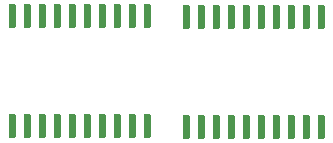
<source format=gbr>
G04 #@! TF.GenerationSoftware,KiCad,Pcbnew,(5.1.4)-1*
G04 #@! TF.CreationDate,2020-10-26T16:11:58-03:00*
G04 #@! TF.ProjectId,snes_feram,736e6573-5f66-4657-9261-6d2e6b696361,rev?*
G04 #@! TF.SameCoordinates,Original*
G04 #@! TF.FileFunction,Paste,Bot*
G04 #@! TF.FilePolarity,Positive*
%FSLAX46Y46*%
G04 Gerber Fmt 4.6, Leading zero omitted, Abs format (unit mm)*
G04 Created by KiCad (PCBNEW (5.1.4)-1) date 2020-10-26 16:11:58*
%MOMM*%
%LPD*%
G04 APERTURE LIST*
%ADD10C,0.100000*%
%ADD11C,0.600000*%
G04 APERTURE END LIST*
D10*
G36*
X143547703Y-88461722D02*
G01*
X143562264Y-88463882D01*
X143576543Y-88467459D01*
X143590403Y-88472418D01*
X143603710Y-88478712D01*
X143616336Y-88486280D01*
X143628159Y-88495048D01*
X143639066Y-88504934D01*
X143648952Y-88515841D01*
X143657720Y-88527664D01*
X143665288Y-88540290D01*
X143671582Y-88553597D01*
X143676541Y-88567457D01*
X143680118Y-88581736D01*
X143682278Y-88596297D01*
X143683000Y-88611000D01*
X143683000Y-90361000D01*
X143682278Y-90375703D01*
X143680118Y-90390264D01*
X143676541Y-90404543D01*
X143671582Y-90418403D01*
X143665288Y-90431710D01*
X143657720Y-90444336D01*
X143648952Y-90456159D01*
X143639066Y-90467066D01*
X143628159Y-90476952D01*
X143616336Y-90485720D01*
X143603710Y-90493288D01*
X143590403Y-90499582D01*
X143576543Y-90504541D01*
X143562264Y-90508118D01*
X143547703Y-90510278D01*
X143533000Y-90511000D01*
X143233000Y-90511000D01*
X143218297Y-90510278D01*
X143203736Y-90508118D01*
X143189457Y-90504541D01*
X143175597Y-90499582D01*
X143162290Y-90493288D01*
X143149664Y-90485720D01*
X143137841Y-90476952D01*
X143126934Y-90467066D01*
X143117048Y-90456159D01*
X143108280Y-90444336D01*
X143100712Y-90431710D01*
X143094418Y-90418403D01*
X143089459Y-90404543D01*
X143085882Y-90390264D01*
X143083722Y-90375703D01*
X143083000Y-90361000D01*
X143083000Y-88611000D01*
X143083722Y-88596297D01*
X143085882Y-88581736D01*
X143089459Y-88567457D01*
X143094418Y-88553597D01*
X143100712Y-88540290D01*
X143108280Y-88527664D01*
X143117048Y-88515841D01*
X143126934Y-88504934D01*
X143137841Y-88495048D01*
X143149664Y-88486280D01*
X143162290Y-88478712D01*
X143175597Y-88472418D01*
X143189457Y-88467459D01*
X143203736Y-88463882D01*
X143218297Y-88461722D01*
X143233000Y-88461000D01*
X143533000Y-88461000D01*
X143547703Y-88461722D01*
X143547703Y-88461722D01*
G37*
D11*
X143383000Y-89486000D03*
D10*
G36*
X144817703Y-88461722D02*
G01*
X144832264Y-88463882D01*
X144846543Y-88467459D01*
X144860403Y-88472418D01*
X144873710Y-88478712D01*
X144886336Y-88486280D01*
X144898159Y-88495048D01*
X144909066Y-88504934D01*
X144918952Y-88515841D01*
X144927720Y-88527664D01*
X144935288Y-88540290D01*
X144941582Y-88553597D01*
X144946541Y-88567457D01*
X144950118Y-88581736D01*
X144952278Y-88596297D01*
X144953000Y-88611000D01*
X144953000Y-90361000D01*
X144952278Y-90375703D01*
X144950118Y-90390264D01*
X144946541Y-90404543D01*
X144941582Y-90418403D01*
X144935288Y-90431710D01*
X144927720Y-90444336D01*
X144918952Y-90456159D01*
X144909066Y-90467066D01*
X144898159Y-90476952D01*
X144886336Y-90485720D01*
X144873710Y-90493288D01*
X144860403Y-90499582D01*
X144846543Y-90504541D01*
X144832264Y-90508118D01*
X144817703Y-90510278D01*
X144803000Y-90511000D01*
X144503000Y-90511000D01*
X144488297Y-90510278D01*
X144473736Y-90508118D01*
X144459457Y-90504541D01*
X144445597Y-90499582D01*
X144432290Y-90493288D01*
X144419664Y-90485720D01*
X144407841Y-90476952D01*
X144396934Y-90467066D01*
X144387048Y-90456159D01*
X144378280Y-90444336D01*
X144370712Y-90431710D01*
X144364418Y-90418403D01*
X144359459Y-90404543D01*
X144355882Y-90390264D01*
X144353722Y-90375703D01*
X144353000Y-90361000D01*
X144353000Y-88611000D01*
X144353722Y-88596297D01*
X144355882Y-88581736D01*
X144359459Y-88567457D01*
X144364418Y-88553597D01*
X144370712Y-88540290D01*
X144378280Y-88527664D01*
X144387048Y-88515841D01*
X144396934Y-88504934D01*
X144407841Y-88495048D01*
X144419664Y-88486280D01*
X144432290Y-88478712D01*
X144445597Y-88472418D01*
X144459457Y-88467459D01*
X144473736Y-88463882D01*
X144488297Y-88461722D01*
X144503000Y-88461000D01*
X144803000Y-88461000D01*
X144817703Y-88461722D01*
X144817703Y-88461722D01*
G37*
D11*
X144653000Y-89486000D03*
D10*
G36*
X146087703Y-88461722D02*
G01*
X146102264Y-88463882D01*
X146116543Y-88467459D01*
X146130403Y-88472418D01*
X146143710Y-88478712D01*
X146156336Y-88486280D01*
X146168159Y-88495048D01*
X146179066Y-88504934D01*
X146188952Y-88515841D01*
X146197720Y-88527664D01*
X146205288Y-88540290D01*
X146211582Y-88553597D01*
X146216541Y-88567457D01*
X146220118Y-88581736D01*
X146222278Y-88596297D01*
X146223000Y-88611000D01*
X146223000Y-90361000D01*
X146222278Y-90375703D01*
X146220118Y-90390264D01*
X146216541Y-90404543D01*
X146211582Y-90418403D01*
X146205288Y-90431710D01*
X146197720Y-90444336D01*
X146188952Y-90456159D01*
X146179066Y-90467066D01*
X146168159Y-90476952D01*
X146156336Y-90485720D01*
X146143710Y-90493288D01*
X146130403Y-90499582D01*
X146116543Y-90504541D01*
X146102264Y-90508118D01*
X146087703Y-90510278D01*
X146073000Y-90511000D01*
X145773000Y-90511000D01*
X145758297Y-90510278D01*
X145743736Y-90508118D01*
X145729457Y-90504541D01*
X145715597Y-90499582D01*
X145702290Y-90493288D01*
X145689664Y-90485720D01*
X145677841Y-90476952D01*
X145666934Y-90467066D01*
X145657048Y-90456159D01*
X145648280Y-90444336D01*
X145640712Y-90431710D01*
X145634418Y-90418403D01*
X145629459Y-90404543D01*
X145625882Y-90390264D01*
X145623722Y-90375703D01*
X145623000Y-90361000D01*
X145623000Y-88611000D01*
X145623722Y-88596297D01*
X145625882Y-88581736D01*
X145629459Y-88567457D01*
X145634418Y-88553597D01*
X145640712Y-88540290D01*
X145648280Y-88527664D01*
X145657048Y-88515841D01*
X145666934Y-88504934D01*
X145677841Y-88495048D01*
X145689664Y-88486280D01*
X145702290Y-88478712D01*
X145715597Y-88472418D01*
X145729457Y-88467459D01*
X145743736Y-88463882D01*
X145758297Y-88461722D01*
X145773000Y-88461000D01*
X146073000Y-88461000D01*
X146087703Y-88461722D01*
X146087703Y-88461722D01*
G37*
D11*
X145923000Y-89486000D03*
D10*
G36*
X147357703Y-88461722D02*
G01*
X147372264Y-88463882D01*
X147386543Y-88467459D01*
X147400403Y-88472418D01*
X147413710Y-88478712D01*
X147426336Y-88486280D01*
X147438159Y-88495048D01*
X147449066Y-88504934D01*
X147458952Y-88515841D01*
X147467720Y-88527664D01*
X147475288Y-88540290D01*
X147481582Y-88553597D01*
X147486541Y-88567457D01*
X147490118Y-88581736D01*
X147492278Y-88596297D01*
X147493000Y-88611000D01*
X147493000Y-90361000D01*
X147492278Y-90375703D01*
X147490118Y-90390264D01*
X147486541Y-90404543D01*
X147481582Y-90418403D01*
X147475288Y-90431710D01*
X147467720Y-90444336D01*
X147458952Y-90456159D01*
X147449066Y-90467066D01*
X147438159Y-90476952D01*
X147426336Y-90485720D01*
X147413710Y-90493288D01*
X147400403Y-90499582D01*
X147386543Y-90504541D01*
X147372264Y-90508118D01*
X147357703Y-90510278D01*
X147343000Y-90511000D01*
X147043000Y-90511000D01*
X147028297Y-90510278D01*
X147013736Y-90508118D01*
X146999457Y-90504541D01*
X146985597Y-90499582D01*
X146972290Y-90493288D01*
X146959664Y-90485720D01*
X146947841Y-90476952D01*
X146936934Y-90467066D01*
X146927048Y-90456159D01*
X146918280Y-90444336D01*
X146910712Y-90431710D01*
X146904418Y-90418403D01*
X146899459Y-90404543D01*
X146895882Y-90390264D01*
X146893722Y-90375703D01*
X146893000Y-90361000D01*
X146893000Y-88611000D01*
X146893722Y-88596297D01*
X146895882Y-88581736D01*
X146899459Y-88567457D01*
X146904418Y-88553597D01*
X146910712Y-88540290D01*
X146918280Y-88527664D01*
X146927048Y-88515841D01*
X146936934Y-88504934D01*
X146947841Y-88495048D01*
X146959664Y-88486280D01*
X146972290Y-88478712D01*
X146985597Y-88472418D01*
X146999457Y-88467459D01*
X147013736Y-88463882D01*
X147028297Y-88461722D01*
X147043000Y-88461000D01*
X147343000Y-88461000D01*
X147357703Y-88461722D01*
X147357703Y-88461722D01*
G37*
D11*
X147193000Y-89486000D03*
D10*
G36*
X148627703Y-88461722D02*
G01*
X148642264Y-88463882D01*
X148656543Y-88467459D01*
X148670403Y-88472418D01*
X148683710Y-88478712D01*
X148696336Y-88486280D01*
X148708159Y-88495048D01*
X148719066Y-88504934D01*
X148728952Y-88515841D01*
X148737720Y-88527664D01*
X148745288Y-88540290D01*
X148751582Y-88553597D01*
X148756541Y-88567457D01*
X148760118Y-88581736D01*
X148762278Y-88596297D01*
X148763000Y-88611000D01*
X148763000Y-90361000D01*
X148762278Y-90375703D01*
X148760118Y-90390264D01*
X148756541Y-90404543D01*
X148751582Y-90418403D01*
X148745288Y-90431710D01*
X148737720Y-90444336D01*
X148728952Y-90456159D01*
X148719066Y-90467066D01*
X148708159Y-90476952D01*
X148696336Y-90485720D01*
X148683710Y-90493288D01*
X148670403Y-90499582D01*
X148656543Y-90504541D01*
X148642264Y-90508118D01*
X148627703Y-90510278D01*
X148613000Y-90511000D01*
X148313000Y-90511000D01*
X148298297Y-90510278D01*
X148283736Y-90508118D01*
X148269457Y-90504541D01*
X148255597Y-90499582D01*
X148242290Y-90493288D01*
X148229664Y-90485720D01*
X148217841Y-90476952D01*
X148206934Y-90467066D01*
X148197048Y-90456159D01*
X148188280Y-90444336D01*
X148180712Y-90431710D01*
X148174418Y-90418403D01*
X148169459Y-90404543D01*
X148165882Y-90390264D01*
X148163722Y-90375703D01*
X148163000Y-90361000D01*
X148163000Y-88611000D01*
X148163722Y-88596297D01*
X148165882Y-88581736D01*
X148169459Y-88567457D01*
X148174418Y-88553597D01*
X148180712Y-88540290D01*
X148188280Y-88527664D01*
X148197048Y-88515841D01*
X148206934Y-88504934D01*
X148217841Y-88495048D01*
X148229664Y-88486280D01*
X148242290Y-88478712D01*
X148255597Y-88472418D01*
X148269457Y-88467459D01*
X148283736Y-88463882D01*
X148298297Y-88461722D01*
X148313000Y-88461000D01*
X148613000Y-88461000D01*
X148627703Y-88461722D01*
X148627703Y-88461722D01*
G37*
D11*
X148463000Y-89486000D03*
D10*
G36*
X149897703Y-88461722D02*
G01*
X149912264Y-88463882D01*
X149926543Y-88467459D01*
X149940403Y-88472418D01*
X149953710Y-88478712D01*
X149966336Y-88486280D01*
X149978159Y-88495048D01*
X149989066Y-88504934D01*
X149998952Y-88515841D01*
X150007720Y-88527664D01*
X150015288Y-88540290D01*
X150021582Y-88553597D01*
X150026541Y-88567457D01*
X150030118Y-88581736D01*
X150032278Y-88596297D01*
X150033000Y-88611000D01*
X150033000Y-90361000D01*
X150032278Y-90375703D01*
X150030118Y-90390264D01*
X150026541Y-90404543D01*
X150021582Y-90418403D01*
X150015288Y-90431710D01*
X150007720Y-90444336D01*
X149998952Y-90456159D01*
X149989066Y-90467066D01*
X149978159Y-90476952D01*
X149966336Y-90485720D01*
X149953710Y-90493288D01*
X149940403Y-90499582D01*
X149926543Y-90504541D01*
X149912264Y-90508118D01*
X149897703Y-90510278D01*
X149883000Y-90511000D01*
X149583000Y-90511000D01*
X149568297Y-90510278D01*
X149553736Y-90508118D01*
X149539457Y-90504541D01*
X149525597Y-90499582D01*
X149512290Y-90493288D01*
X149499664Y-90485720D01*
X149487841Y-90476952D01*
X149476934Y-90467066D01*
X149467048Y-90456159D01*
X149458280Y-90444336D01*
X149450712Y-90431710D01*
X149444418Y-90418403D01*
X149439459Y-90404543D01*
X149435882Y-90390264D01*
X149433722Y-90375703D01*
X149433000Y-90361000D01*
X149433000Y-88611000D01*
X149433722Y-88596297D01*
X149435882Y-88581736D01*
X149439459Y-88567457D01*
X149444418Y-88553597D01*
X149450712Y-88540290D01*
X149458280Y-88527664D01*
X149467048Y-88515841D01*
X149476934Y-88504934D01*
X149487841Y-88495048D01*
X149499664Y-88486280D01*
X149512290Y-88478712D01*
X149525597Y-88472418D01*
X149539457Y-88467459D01*
X149553736Y-88463882D01*
X149568297Y-88461722D01*
X149583000Y-88461000D01*
X149883000Y-88461000D01*
X149897703Y-88461722D01*
X149897703Y-88461722D01*
G37*
D11*
X149733000Y-89486000D03*
D10*
G36*
X151167703Y-88461722D02*
G01*
X151182264Y-88463882D01*
X151196543Y-88467459D01*
X151210403Y-88472418D01*
X151223710Y-88478712D01*
X151236336Y-88486280D01*
X151248159Y-88495048D01*
X151259066Y-88504934D01*
X151268952Y-88515841D01*
X151277720Y-88527664D01*
X151285288Y-88540290D01*
X151291582Y-88553597D01*
X151296541Y-88567457D01*
X151300118Y-88581736D01*
X151302278Y-88596297D01*
X151303000Y-88611000D01*
X151303000Y-90361000D01*
X151302278Y-90375703D01*
X151300118Y-90390264D01*
X151296541Y-90404543D01*
X151291582Y-90418403D01*
X151285288Y-90431710D01*
X151277720Y-90444336D01*
X151268952Y-90456159D01*
X151259066Y-90467066D01*
X151248159Y-90476952D01*
X151236336Y-90485720D01*
X151223710Y-90493288D01*
X151210403Y-90499582D01*
X151196543Y-90504541D01*
X151182264Y-90508118D01*
X151167703Y-90510278D01*
X151153000Y-90511000D01*
X150853000Y-90511000D01*
X150838297Y-90510278D01*
X150823736Y-90508118D01*
X150809457Y-90504541D01*
X150795597Y-90499582D01*
X150782290Y-90493288D01*
X150769664Y-90485720D01*
X150757841Y-90476952D01*
X150746934Y-90467066D01*
X150737048Y-90456159D01*
X150728280Y-90444336D01*
X150720712Y-90431710D01*
X150714418Y-90418403D01*
X150709459Y-90404543D01*
X150705882Y-90390264D01*
X150703722Y-90375703D01*
X150703000Y-90361000D01*
X150703000Y-88611000D01*
X150703722Y-88596297D01*
X150705882Y-88581736D01*
X150709459Y-88567457D01*
X150714418Y-88553597D01*
X150720712Y-88540290D01*
X150728280Y-88527664D01*
X150737048Y-88515841D01*
X150746934Y-88504934D01*
X150757841Y-88495048D01*
X150769664Y-88486280D01*
X150782290Y-88478712D01*
X150795597Y-88472418D01*
X150809457Y-88467459D01*
X150823736Y-88463882D01*
X150838297Y-88461722D01*
X150853000Y-88461000D01*
X151153000Y-88461000D01*
X151167703Y-88461722D01*
X151167703Y-88461722D01*
G37*
D11*
X151003000Y-89486000D03*
D10*
G36*
X152437703Y-88461722D02*
G01*
X152452264Y-88463882D01*
X152466543Y-88467459D01*
X152480403Y-88472418D01*
X152493710Y-88478712D01*
X152506336Y-88486280D01*
X152518159Y-88495048D01*
X152529066Y-88504934D01*
X152538952Y-88515841D01*
X152547720Y-88527664D01*
X152555288Y-88540290D01*
X152561582Y-88553597D01*
X152566541Y-88567457D01*
X152570118Y-88581736D01*
X152572278Y-88596297D01*
X152573000Y-88611000D01*
X152573000Y-90361000D01*
X152572278Y-90375703D01*
X152570118Y-90390264D01*
X152566541Y-90404543D01*
X152561582Y-90418403D01*
X152555288Y-90431710D01*
X152547720Y-90444336D01*
X152538952Y-90456159D01*
X152529066Y-90467066D01*
X152518159Y-90476952D01*
X152506336Y-90485720D01*
X152493710Y-90493288D01*
X152480403Y-90499582D01*
X152466543Y-90504541D01*
X152452264Y-90508118D01*
X152437703Y-90510278D01*
X152423000Y-90511000D01*
X152123000Y-90511000D01*
X152108297Y-90510278D01*
X152093736Y-90508118D01*
X152079457Y-90504541D01*
X152065597Y-90499582D01*
X152052290Y-90493288D01*
X152039664Y-90485720D01*
X152027841Y-90476952D01*
X152016934Y-90467066D01*
X152007048Y-90456159D01*
X151998280Y-90444336D01*
X151990712Y-90431710D01*
X151984418Y-90418403D01*
X151979459Y-90404543D01*
X151975882Y-90390264D01*
X151973722Y-90375703D01*
X151973000Y-90361000D01*
X151973000Y-88611000D01*
X151973722Y-88596297D01*
X151975882Y-88581736D01*
X151979459Y-88567457D01*
X151984418Y-88553597D01*
X151990712Y-88540290D01*
X151998280Y-88527664D01*
X152007048Y-88515841D01*
X152016934Y-88504934D01*
X152027841Y-88495048D01*
X152039664Y-88486280D01*
X152052290Y-88478712D01*
X152065597Y-88472418D01*
X152079457Y-88467459D01*
X152093736Y-88463882D01*
X152108297Y-88461722D01*
X152123000Y-88461000D01*
X152423000Y-88461000D01*
X152437703Y-88461722D01*
X152437703Y-88461722D01*
G37*
D11*
X152273000Y-89486000D03*
D10*
G36*
X153707703Y-88461722D02*
G01*
X153722264Y-88463882D01*
X153736543Y-88467459D01*
X153750403Y-88472418D01*
X153763710Y-88478712D01*
X153776336Y-88486280D01*
X153788159Y-88495048D01*
X153799066Y-88504934D01*
X153808952Y-88515841D01*
X153817720Y-88527664D01*
X153825288Y-88540290D01*
X153831582Y-88553597D01*
X153836541Y-88567457D01*
X153840118Y-88581736D01*
X153842278Y-88596297D01*
X153843000Y-88611000D01*
X153843000Y-90361000D01*
X153842278Y-90375703D01*
X153840118Y-90390264D01*
X153836541Y-90404543D01*
X153831582Y-90418403D01*
X153825288Y-90431710D01*
X153817720Y-90444336D01*
X153808952Y-90456159D01*
X153799066Y-90467066D01*
X153788159Y-90476952D01*
X153776336Y-90485720D01*
X153763710Y-90493288D01*
X153750403Y-90499582D01*
X153736543Y-90504541D01*
X153722264Y-90508118D01*
X153707703Y-90510278D01*
X153693000Y-90511000D01*
X153393000Y-90511000D01*
X153378297Y-90510278D01*
X153363736Y-90508118D01*
X153349457Y-90504541D01*
X153335597Y-90499582D01*
X153322290Y-90493288D01*
X153309664Y-90485720D01*
X153297841Y-90476952D01*
X153286934Y-90467066D01*
X153277048Y-90456159D01*
X153268280Y-90444336D01*
X153260712Y-90431710D01*
X153254418Y-90418403D01*
X153249459Y-90404543D01*
X153245882Y-90390264D01*
X153243722Y-90375703D01*
X153243000Y-90361000D01*
X153243000Y-88611000D01*
X153243722Y-88596297D01*
X153245882Y-88581736D01*
X153249459Y-88567457D01*
X153254418Y-88553597D01*
X153260712Y-88540290D01*
X153268280Y-88527664D01*
X153277048Y-88515841D01*
X153286934Y-88504934D01*
X153297841Y-88495048D01*
X153309664Y-88486280D01*
X153322290Y-88478712D01*
X153335597Y-88472418D01*
X153349457Y-88467459D01*
X153363736Y-88463882D01*
X153378297Y-88461722D01*
X153393000Y-88461000D01*
X153693000Y-88461000D01*
X153707703Y-88461722D01*
X153707703Y-88461722D01*
G37*
D11*
X153543000Y-89486000D03*
D10*
G36*
X154977703Y-88461722D02*
G01*
X154992264Y-88463882D01*
X155006543Y-88467459D01*
X155020403Y-88472418D01*
X155033710Y-88478712D01*
X155046336Y-88486280D01*
X155058159Y-88495048D01*
X155069066Y-88504934D01*
X155078952Y-88515841D01*
X155087720Y-88527664D01*
X155095288Y-88540290D01*
X155101582Y-88553597D01*
X155106541Y-88567457D01*
X155110118Y-88581736D01*
X155112278Y-88596297D01*
X155113000Y-88611000D01*
X155113000Y-90361000D01*
X155112278Y-90375703D01*
X155110118Y-90390264D01*
X155106541Y-90404543D01*
X155101582Y-90418403D01*
X155095288Y-90431710D01*
X155087720Y-90444336D01*
X155078952Y-90456159D01*
X155069066Y-90467066D01*
X155058159Y-90476952D01*
X155046336Y-90485720D01*
X155033710Y-90493288D01*
X155020403Y-90499582D01*
X155006543Y-90504541D01*
X154992264Y-90508118D01*
X154977703Y-90510278D01*
X154963000Y-90511000D01*
X154663000Y-90511000D01*
X154648297Y-90510278D01*
X154633736Y-90508118D01*
X154619457Y-90504541D01*
X154605597Y-90499582D01*
X154592290Y-90493288D01*
X154579664Y-90485720D01*
X154567841Y-90476952D01*
X154556934Y-90467066D01*
X154547048Y-90456159D01*
X154538280Y-90444336D01*
X154530712Y-90431710D01*
X154524418Y-90418403D01*
X154519459Y-90404543D01*
X154515882Y-90390264D01*
X154513722Y-90375703D01*
X154513000Y-90361000D01*
X154513000Y-88611000D01*
X154513722Y-88596297D01*
X154515882Y-88581736D01*
X154519459Y-88567457D01*
X154524418Y-88553597D01*
X154530712Y-88540290D01*
X154538280Y-88527664D01*
X154547048Y-88515841D01*
X154556934Y-88504934D01*
X154567841Y-88495048D01*
X154579664Y-88486280D01*
X154592290Y-88478712D01*
X154605597Y-88472418D01*
X154619457Y-88467459D01*
X154633736Y-88463882D01*
X154648297Y-88461722D01*
X154663000Y-88461000D01*
X154963000Y-88461000D01*
X154977703Y-88461722D01*
X154977703Y-88461722D01*
G37*
D11*
X154813000Y-89486000D03*
D10*
G36*
X154977703Y-79161722D02*
G01*
X154992264Y-79163882D01*
X155006543Y-79167459D01*
X155020403Y-79172418D01*
X155033710Y-79178712D01*
X155046336Y-79186280D01*
X155058159Y-79195048D01*
X155069066Y-79204934D01*
X155078952Y-79215841D01*
X155087720Y-79227664D01*
X155095288Y-79240290D01*
X155101582Y-79253597D01*
X155106541Y-79267457D01*
X155110118Y-79281736D01*
X155112278Y-79296297D01*
X155113000Y-79311000D01*
X155113000Y-81061000D01*
X155112278Y-81075703D01*
X155110118Y-81090264D01*
X155106541Y-81104543D01*
X155101582Y-81118403D01*
X155095288Y-81131710D01*
X155087720Y-81144336D01*
X155078952Y-81156159D01*
X155069066Y-81167066D01*
X155058159Y-81176952D01*
X155046336Y-81185720D01*
X155033710Y-81193288D01*
X155020403Y-81199582D01*
X155006543Y-81204541D01*
X154992264Y-81208118D01*
X154977703Y-81210278D01*
X154963000Y-81211000D01*
X154663000Y-81211000D01*
X154648297Y-81210278D01*
X154633736Y-81208118D01*
X154619457Y-81204541D01*
X154605597Y-81199582D01*
X154592290Y-81193288D01*
X154579664Y-81185720D01*
X154567841Y-81176952D01*
X154556934Y-81167066D01*
X154547048Y-81156159D01*
X154538280Y-81144336D01*
X154530712Y-81131710D01*
X154524418Y-81118403D01*
X154519459Y-81104543D01*
X154515882Y-81090264D01*
X154513722Y-81075703D01*
X154513000Y-81061000D01*
X154513000Y-79311000D01*
X154513722Y-79296297D01*
X154515882Y-79281736D01*
X154519459Y-79267457D01*
X154524418Y-79253597D01*
X154530712Y-79240290D01*
X154538280Y-79227664D01*
X154547048Y-79215841D01*
X154556934Y-79204934D01*
X154567841Y-79195048D01*
X154579664Y-79186280D01*
X154592290Y-79178712D01*
X154605597Y-79172418D01*
X154619457Y-79167459D01*
X154633736Y-79163882D01*
X154648297Y-79161722D01*
X154663000Y-79161000D01*
X154963000Y-79161000D01*
X154977703Y-79161722D01*
X154977703Y-79161722D01*
G37*
D11*
X154813000Y-80186000D03*
D10*
G36*
X153707703Y-79161722D02*
G01*
X153722264Y-79163882D01*
X153736543Y-79167459D01*
X153750403Y-79172418D01*
X153763710Y-79178712D01*
X153776336Y-79186280D01*
X153788159Y-79195048D01*
X153799066Y-79204934D01*
X153808952Y-79215841D01*
X153817720Y-79227664D01*
X153825288Y-79240290D01*
X153831582Y-79253597D01*
X153836541Y-79267457D01*
X153840118Y-79281736D01*
X153842278Y-79296297D01*
X153843000Y-79311000D01*
X153843000Y-81061000D01*
X153842278Y-81075703D01*
X153840118Y-81090264D01*
X153836541Y-81104543D01*
X153831582Y-81118403D01*
X153825288Y-81131710D01*
X153817720Y-81144336D01*
X153808952Y-81156159D01*
X153799066Y-81167066D01*
X153788159Y-81176952D01*
X153776336Y-81185720D01*
X153763710Y-81193288D01*
X153750403Y-81199582D01*
X153736543Y-81204541D01*
X153722264Y-81208118D01*
X153707703Y-81210278D01*
X153693000Y-81211000D01*
X153393000Y-81211000D01*
X153378297Y-81210278D01*
X153363736Y-81208118D01*
X153349457Y-81204541D01*
X153335597Y-81199582D01*
X153322290Y-81193288D01*
X153309664Y-81185720D01*
X153297841Y-81176952D01*
X153286934Y-81167066D01*
X153277048Y-81156159D01*
X153268280Y-81144336D01*
X153260712Y-81131710D01*
X153254418Y-81118403D01*
X153249459Y-81104543D01*
X153245882Y-81090264D01*
X153243722Y-81075703D01*
X153243000Y-81061000D01*
X153243000Y-79311000D01*
X153243722Y-79296297D01*
X153245882Y-79281736D01*
X153249459Y-79267457D01*
X153254418Y-79253597D01*
X153260712Y-79240290D01*
X153268280Y-79227664D01*
X153277048Y-79215841D01*
X153286934Y-79204934D01*
X153297841Y-79195048D01*
X153309664Y-79186280D01*
X153322290Y-79178712D01*
X153335597Y-79172418D01*
X153349457Y-79167459D01*
X153363736Y-79163882D01*
X153378297Y-79161722D01*
X153393000Y-79161000D01*
X153693000Y-79161000D01*
X153707703Y-79161722D01*
X153707703Y-79161722D01*
G37*
D11*
X153543000Y-80186000D03*
D10*
G36*
X152437703Y-79161722D02*
G01*
X152452264Y-79163882D01*
X152466543Y-79167459D01*
X152480403Y-79172418D01*
X152493710Y-79178712D01*
X152506336Y-79186280D01*
X152518159Y-79195048D01*
X152529066Y-79204934D01*
X152538952Y-79215841D01*
X152547720Y-79227664D01*
X152555288Y-79240290D01*
X152561582Y-79253597D01*
X152566541Y-79267457D01*
X152570118Y-79281736D01*
X152572278Y-79296297D01*
X152573000Y-79311000D01*
X152573000Y-81061000D01*
X152572278Y-81075703D01*
X152570118Y-81090264D01*
X152566541Y-81104543D01*
X152561582Y-81118403D01*
X152555288Y-81131710D01*
X152547720Y-81144336D01*
X152538952Y-81156159D01*
X152529066Y-81167066D01*
X152518159Y-81176952D01*
X152506336Y-81185720D01*
X152493710Y-81193288D01*
X152480403Y-81199582D01*
X152466543Y-81204541D01*
X152452264Y-81208118D01*
X152437703Y-81210278D01*
X152423000Y-81211000D01*
X152123000Y-81211000D01*
X152108297Y-81210278D01*
X152093736Y-81208118D01*
X152079457Y-81204541D01*
X152065597Y-81199582D01*
X152052290Y-81193288D01*
X152039664Y-81185720D01*
X152027841Y-81176952D01*
X152016934Y-81167066D01*
X152007048Y-81156159D01*
X151998280Y-81144336D01*
X151990712Y-81131710D01*
X151984418Y-81118403D01*
X151979459Y-81104543D01*
X151975882Y-81090264D01*
X151973722Y-81075703D01*
X151973000Y-81061000D01*
X151973000Y-79311000D01*
X151973722Y-79296297D01*
X151975882Y-79281736D01*
X151979459Y-79267457D01*
X151984418Y-79253597D01*
X151990712Y-79240290D01*
X151998280Y-79227664D01*
X152007048Y-79215841D01*
X152016934Y-79204934D01*
X152027841Y-79195048D01*
X152039664Y-79186280D01*
X152052290Y-79178712D01*
X152065597Y-79172418D01*
X152079457Y-79167459D01*
X152093736Y-79163882D01*
X152108297Y-79161722D01*
X152123000Y-79161000D01*
X152423000Y-79161000D01*
X152437703Y-79161722D01*
X152437703Y-79161722D01*
G37*
D11*
X152273000Y-80186000D03*
D10*
G36*
X151167703Y-79161722D02*
G01*
X151182264Y-79163882D01*
X151196543Y-79167459D01*
X151210403Y-79172418D01*
X151223710Y-79178712D01*
X151236336Y-79186280D01*
X151248159Y-79195048D01*
X151259066Y-79204934D01*
X151268952Y-79215841D01*
X151277720Y-79227664D01*
X151285288Y-79240290D01*
X151291582Y-79253597D01*
X151296541Y-79267457D01*
X151300118Y-79281736D01*
X151302278Y-79296297D01*
X151303000Y-79311000D01*
X151303000Y-81061000D01*
X151302278Y-81075703D01*
X151300118Y-81090264D01*
X151296541Y-81104543D01*
X151291582Y-81118403D01*
X151285288Y-81131710D01*
X151277720Y-81144336D01*
X151268952Y-81156159D01*
X151259066Y-81167066D01*
X151248159Y-81176952D01*
X151236336Y-81185720D01*
X151223710Y-81193288D01*
X151210403Y-81199582D01*
X151196543Y-81204541D01*
X151182264Y-81208118D01*
X151167703Y-81210278D01*
X151153000Y-81211000D01*
X150853000Y-81211000D01*
X150838297Y-81210278D01*
X150823736Y-81208118D01*
X150809457Y-81204541D01*
X150795597Y-81199582D01*
X150782290Y-81193288D01*
X150769664Y-81185720D01*
X150757841Y-81176952D01*
X150746934Y-81167066D01*
X150737048Y-81156159D01*
X150728280Y-81144336D01*
X150720712Y-81131710D01*
X150714418Y-81118403D01*
X150709459Y-81104543D01*
X150705882Y-81090264D01*
X150703722Y-81075703D01*
X150703000Y-81061000D01*
X150703000Y-79311000D01*
X150703722Y-79296297D01*
X150705882Y-79281736D01*
X150709459Y-79267457D01*
X150714418Y-79253597D01*
X150720712Y-79240290D01*
X150728280Y-79227664D01*
X150737048Y-79215841D01*
X150746934Y-79204934D01*
X150757841Y-79195048D01*
X150769664Y-79186280D01*
X150782290Y-79178712D01*
X150795597Y-79172418D01*
X150809457Y-79167459D01*
X150823736Y-79163882D01*
X150838297Y-79161722D01*
X150853000Y-79161000D01*
X151153000Y-79161000D01*
X151167703Y-79161722D01*
X151167703Y-79161722D01*
G37*
D11*
X151003000Y-80186000D03*
D10*
G36*
X149897703Y-79161722D02*
G01*
X149912264Y-79163882D01*
X149926543Y-79167459D01*
X149940403Y-79172418D01*
X149953710Y-79178712D01*
X149966336Y-79186280D01*
X149978159Y-79195048D01*
X149989066Y-79204934D01*
X149998952Y-79215841D01*
X150007720Y-79227664D01*
X150015288Y-79240290D01*
X150021582Y-79253597D01*
X150026541Y-79267457D01*
X150030118Y-79281736D01*
X150032278Y-79296297D01*
X150033000Y-79311000D01*
X150033000Y-81061000D01*
X150032278Y-81075703D01*
X150030118Y-81090264D01*
X150026541Y-81104543D01*
X150021582Y-81118403D01*
X150015288Y-81131710D01*
X150007720Y-81144336D01*
X149998952Y-81156159D01*
X149989066Y-81167066D01*
X149978159Y-81176952D01*
X149966336Y-81185720D01*
X149953710Y-81193288D01*
X149940403Y-81199582D01*
X149926543Y-81204541D01*
X149912264Y-81208118D01*
X149897703Y-81210278D01*
X149883000Y-81211000D01*
X149583000Y-81211000D01*
X149568297Y-81210278D01*
X149553736Y-81208118D01*
X149539457Y-81204541D01*
X149525597Y-81199582D01*
X149512290Y-81193288D01*
X149499664Y-81185720D01*
X149487841Y-81176952D01*
X149476934Y-81167066D01*
X149467048Y-81156159D01*
X149458280Y-81144336D01*
X149450712Y-81131710D01*
X149444418Y-81118403D01*
X149439459Y-81104543D01*
X149435882Y-81090264D01*
X149433722Y-81075703D01*
X149433000Y-81061000D01*
X149433000Y-79311000D01*
X149433722Y-79296297D01*
X149435882Y-79281736D01*
X149439459Y-79267457D01*
X149444418Y-79253597D01*
X149450712Y-79240290D01*
X149458280Y-79227664D01*
X149467048Y-79215841D01*
X149476934Y-79204934D01*
X149487841Y-79195048D01*
X149499664Y-79186280D01*
X149512290Y-79178712D01*
X149525597Y-79172418D01*
X149539457Y-79167459D01*
X149553736Y-79163882D01*
X149568297Y-79161722D01*
X149583000Y-79161000D01*
X149883000Y-79161000D01*
X149897703Y-79161722D01*
X149897703Y-79161722D01*
G37*
D11*
X149733000Y-80186000D03*
D10*
G36*
X148627703Y-79161722D02*
G01*
X148642264Y-79163882D01*
X148656543Y-79167459D01*
X148670403Y-79172418D01*
X148683710Y-79178712D01*
X148696336Y-79186280D01*
X148708159Y-79195048D01*
X148719066Y-79204934D01*
X148728952Y-79215841D01*
X148737720Y-79227664D01*
X148745288Y-79240290D01*
X148751582Y-79253597D01*
X148756541Y-79267457D01*
X148760118Y-79281736D01*
X148762278Y-79296297D01*
X148763000Y-79311000D01*
X148763000Y-81061000D01*
X148762278Y-81075703D01*
X148760118Y-81090264D01*
X148756541Y-81104543D01*
X148751582Y-81118403D01*
X148745288Y-81131710D01*
X148737720Y-81144336D01*
X148728952Y-81156159D01*
X148719066Y-81167066D01*
X148708159Y-81176952D01*
X148696336Y-81185720D01*
X148683710Y-81193288D01*
X148670403Y-81199582D01*
X148656543Y-81204541D01*
X148642264Y-81208118D01*
X148627703Y-81210278D01*
X148613000Y-81211000D01*
X148313000Y-81211000D01*
X148298297Y-81210278D01*
X148283736Y-81208118D01*
X148269457Y-81204541D01*
X148255597Y-81199582D01*
X148242290Y-81193288D01*
X148229664Y-81185720D01*
X148217841Y-81176952D01*
X148206934Y-81167066D01*
X148197048Y-81156159D01*
X148188280Y-81144336D01*
X148180712Y-81131710D01*
X148174418Y-81118403D01*
X148169459Y-81104543D01*
X148165882Y-81090264D01*
X148163722Y-81075703D01*
X148163000Y-81061000D01*
X148163000Y-79311000D01*
X148163722Y-79296297D01*
X148165882Y-79281736D01*
X148169459Y-79267457D01*
X148174418Y-79253597D01*
X148180712Y-79240290D01*
X148188280Y-79227664D01*
X148197048Y-79215841D01*
X148206934Y-79204934D01*
X148217841Y-79195048D01*
X148229664Y-79186280D01*
X148242290Y-79178712D01*
X148255597Y-79172418D01*
X148269457Y-79167459D01*
X148283736Y-79163882D01*
X148298297Y-79161722D01*
X148313000Y-79161000D01*
X148613000Y-79161000D01*
X148627703Y-79161722D01*
X148627703Y-79161722D01*
G37*
D11*
X148463000Y-80186000D03*
D10*
G36*
X147357703Y-79161722D02*
G01*
X147372264Y-79163882D01*
X147386543Y-79167459D01*
X147400403Y-79172418D01*
X147413710Y-79178712D01*
X147426336Y-79186280D01*
X147438159Y-79195048D01*
X147449066Y-79204934D01*
X147458952Y-79215841D01*
X147467720Y-79227664D01*
X147475288Y-79240290D01*
X147481582Y-79253597D01*
X147486541Y-79267457D01*
X147490118Y-79281736D01*
X147492278Y-79296297D01*
X147493000Y-79311000D01*
X147493000Y-81061000D01*
X147492278Y-81075703D01*
X147490118Y-81090264D01*
X147486541Y-81104543D01*
X147481582Y-81118403D01*
X147475288Y-81131710D01*
X147467720Y-81144336D01*
X147458952Y-81156159D01*
X147449066Y-81167066D01*
X147438159Y-81176952D01*
X147426336Y-81185720D01*
X147413710Y-81193288D01*
X147400403Y-81199582D01*
X147386543Y-81204541D01*
X147372264Y-81208118D01*
X147357703Y-81210278D01*
X147343000Y-81211000D01*
X147043000Y-81211000D01*
X147028297Y-81210278D01*
X147013736Y-81208118D01*
X146999457Y-81204541D01*
X146985597Y-81199582D01*
X146972290Y-81193288D01*
X146959664Y-81185720D01*
X146947841Y-81176952D01*
X146936934Y-81167066D01*
X146927048Y-81156159D01*
X146918280Y-81144336D01*
X146910712Y-81131710D01*
X146904418Y-81118403D01*
X146899459Y-81104543D01*
X146895882Y-81090264D01*
X146893722Y-81075703D01*
X146893000Y-81061000D01*
X146893000Y-79311000D01*
X146893722Y-79296297D01*
X146895882Y-79281736D01*
X146899459Y-79267457D01*
X146904418Y-79253597D01*
X146910712Y-79240290D01*
X146918280Y-79227664D01*
X146927048Y-79215841D01*
X146936934Y-79204934D01*
X146947841Y-79195048D01*
X146959664Y-79186280D01*
X146972290Y-79178712D01*
X146985597Y-79172418D01*
X146999457Y-79167459D01*
X147013736Y-79163882D01*
X147028297Y-79161722D01*
X147043000Y-79161000D01*
X147343000Y-79161000D01*
X147357703Y-79161722D01*
X147357703Y-79161722D01*
G37*
D11*
X147193000Y-80186000D03*
D10*
G36*
X146087703Y-79161722D02*
G01*
X146102264Y-79163882D01*
X146116543Y-79167459D01*
X146130403Y-79172418D01*
X146143710Y-79178712D01*
X146156336Y-79186280D01*
X146168159Y-79195048D01*
X146179066Y-79204934D01*
X146188952Y-79215841D01*
X146197720Y-79227664D01*
X146205288Y-79240290D01*
X146211582Y-79253597D01*
X146216541Y-79267457D01*
X146220118Y-79281736D01*
X146222278Y-79296297D01*
X146223000Y-79311000D01*
X146223000Y-81061000D01*
X146222278Y-81075703D01*
X146220118Y-81090264D01*
X146216541Y-81104543D01*
X146211582Y-81118403D01*
X146205288Y-81131710D01*
X146197720Y-81144336D01*
X146188952Y-81156159D01*
X146179066Y-81167066D01*
X146168159Y-81176952D01*
X146156336Y-81185720D01*
X146143710Y-81193288D01*
X146130403Y-81199582D01*
X146116543Y-81204541D01*
X146102264Y-81208118D01*
X146087703Y-81210278D01*
X146073000Y-81211000D01*
X145773000Y-81211000D01*
X145758297Y-81210278D01*
X145743736Y-81208118D01*
X145729457Y-81204541D01*
X145715597Y-81199582D01*
X145702290Y-81193288D01*
X145689664Y-81185720D01*
X145677841Y-81176952D01*
X145666934Y-81167066D01*
X145657048Y-81156159D01*
X145648280Y-81144336D01*
X145640712Y-81131710D01*
X145634418Y-81118403D01*
X145629459Y-81104543D01*
X145625882Y-81090264D01*
X145623722Y-81075703D01*
X145623000Y-81061000D01*
X145623000Y-79311000D01*
X145623722Y-79296297D01*
X145625882Y-79281736D01*
X145629459Y-79267457D01*
X145634418Y-79253597D01*
X145640712Y-79240290D01*
X145648280Y-79227664D01*
X145657048Y-79215841D01*
X145666934Y-79204934D01*
X145677841Y-79195048D01*
X145689664Y-79186280D01*
X145702290Y-79178712D01*
X145715597Y-79172418D01*
X145729457Y-79167459D01*
X145743736Y-79163882D01*
X145758297Y-79161722D01*
X145773000Y-79161000D01*
X146073000Y-79161000D01*
X146087703Y-79161722D01*
X146087703Y-79161722D01*
G37*
D11*
X145923000Y-80186000D03*
D10*
G36*
X144817703Y-79161722D02*
G01*
X144832264Y-79163882D01*
X144846543Y-79167459D01*
X144860403Y-79172418D01*
X144873710Y-79178712D01*
X144886336Y-79186280D01*
X144898159Y-79195048D01*
X144909066Y-79204934D01*
X144918952Y-79215841D01*
X144927720Y-79227664D01*
X144935288Y-79240290D01*
X144941582Y-79253597D01*
X144946541Y-79267457D01*
X144950118Y-79281736D01*
X144952278Y-79296297D01*
X144953000Y-79311000D01*
X144953000Y-81061000D01*
X144952278Y-81075703D01*
X144950118Y-81090264D01*
X144946541Y-81104543D01*
X144941582Y-81118403D01*
X144935288Y-81131710D01*
X144927720Y-81144336D01*
X144918952Y-81156159D01*
X144909066Y-81167066D01*
X144898159Y-81176952D01*
X144886336Y-81185720D01*
X144873710Y-81193288D01*
X144860403Y-81199582D01*
X144846543Y-81204541D01*
X144832264Y-81208118D01*
X144817703Y-81210278D01*
X144803000Y-81211000D01*
X144503000Y-81211000D01*
X144488297Y-81210278D01*
X144473736Y-81208118D01*
X144459457Y-81204541D01*
X144445597Y-81199582D01*
X144432290Y-81193288D01*
X144419664Y-81185720D01*
X144407841Y-81176952D01*
X144396934Y-81167066D01*
X144387048Y-81156159D01*
X144378280Y-81144336D01*
X144370712Y-81131710D01*
X144364418Y-81118403D01*
X144359459Y-81104543D01*
X144355882Y-81090264D01*
X144353722Y-81075703D01*
X144353000Y-81061000D01*
X144353000Y-79311000D01*
X144353722Y-79296297D01*
X144355882Y-79281736D01*
X144359459Y-79267457D01*
X144364418Y-79253597D01*
X144370712Y-79240290D01*
X144378280Y-79227664D01*
X144387048Y-79215841D01*
X144396934Y-79204934D01*
X144407841Y-79195048D01*
X144419664Y-79186280D01*
X144432290Y-79178712D01*
X144445597Y-79172418D01*
X144459457Y-79167459D01*
X144473736Y-79163882D01*
X144488297Y-79161722D01*
X144503000Y-79161000D01*
X144803000Y-79161000D01*
X144817703Y-79161722D01*
X144817703Y-79161722D01*
G37*
D11*
X144653000Y-80186000D03*
D10*
G36*
X143547703Y-79161722D02*
G01*
X143562264Y-79163882D01*
X143576543Y-79167459D01*
X143590403Y-79172418D01*
X143603710Y-79178712D01*
X143616336Y-79186280D01*
X143628159Y-79195048D01*
X143639066Y-79204934D01*
X143648952Y-79215841D01*
X143657720Y-79227664D01*
X143665288Y-79240290D01*
X143671582Y-79253597D01*
X143676541Y-79267457D01*
X143680118Y-79281736D01*
X143682278Y-79296297D01*
X143683000Y-79311000D01*
X143683000Y-81061000D01*
X143682278Y-81075703D01*
X143680118Y-81090264D01*
X143676541Y-81104543D01*
X143671582Y-81118403D01*
X143665288Y-81131710D01*
X143657720Y-81144336D01*
X143648952Y-81156159D01*
X143639066Y-81167066D01*
X143628159Y-81176952D01*
X143616336Y-81185720D01*
X143603710Y-81193288D01*
X143590403Y-81199582D01*
X143576543Y-81204541D01*
X143562264Y-81208118D01*
X143547703Y-81210278D01*
X143533000Y-81211000D01*
X143233000Y-81211000D01*
X143218297Y-81210278D01*
X143203736Y-81208118D01*
X143189457Y-81204541D01*
X143175597Y-81199582D01*
X143162290Y-81193288D01*
X143149664Y-81185720D01*
X143137841Y-81176952D01*
X143126934Y-81167066D01*
X143117048Y-81156159D01*
X143108280Y-81144336D01*
X143100712Y-81131710D01*
X143094418Y-81118403D01*
X143089459Y-81104543D01*
X143085882Y-81090264D01*
X143083722Y-81075703D01*
X143083000Y-81061000D01*
X143083000Y-79311000D01*
X143083722Y-79296297D01*
X143085882Y-79281736D01*
X143089459Y-79267457D01*
X143094418Y-79253597D01*
X143100712Y-79240290D01*
X143108280Y-79227664D01*
X143117048Y-79215841D01*
X143126934Y-79204934D01*
X143137841Y-79195048D01*
X143149664Y-79186280D01*
X143162290Y-79178712D01*
X143175597Y-79172418D01*
X143189457Y-79167459D01*
X143203736Y-79163882D01*
X143218297Y-79161722D01*
X143233000Y-79161000D01*
X143533000Y-79161000D01*
X143547703Y-79161722D01*
X143547703Y-79161722D01*
G37*
D11*
X143383000Y-80186000D03*
D10*
G36*
X169709703Y-79239722D02*
G01*
X169724264Y-79241882D01*
X169738543Y-79245459D01*
X169752403Y-79250418D01*
X169765710Y-79256712D01*
X169778336Y-79264280D01*
X169790159Y-79273048D01*
X169801066Y-79282934D01*
X169810952Y-79293841D01*
X169819720Y-79305664D01*
X169827288Y-79318290D01*
X169833582Y-79331597D01*
X169838541Y-79345457D01*
X169842118Y-79359736D01*
X169844278Y-79374297D01*
X169845000Y-79389000D01*
X169845000Y-81139000D01*
X169844278Y-81153703D01*
X169842118Y-81168264D01*
X169838541Y-81182543D01*
X169833582Y-81196403D01*
X169827288Y-81209710D01*
X169819720Y-81222336D01*
X169810952Y-81234159D01*
X169801066Y-81245066D01*
X169790159Y-81254952D01*
X169778336Y-81263720D01*
X169765710Y-81271288D01*
X169752403Y-81277582D01*
X169738543Y-81282541D01*
X169724264Y-81286118D01*
X169709703Y-81288278D01*
X169695000Y-81289000D01*
X169395000Y-81289000D01*
X169380297Y-81288278D01*
X169365736Y-81286118D01*
X169351457Y-81282541D01*
X169337597Y-81277582D01*
X169324290Y-81271288D01*
X169311664Y-81263720D01*
X169299841Y-81254952D01*
X169288934Y-81245066D01*
X169279048Y-81234159D01*
X169270280Y-81222336D01*
X169262712Y-81209710D01*
X169256418Y-81196403D01*
X169251459Y-81182543D01*
X169247882Y-81168264D01*
X169245722Y-81153703D01*
X169245000Y-81139000D01*
X169245000Y-79389000D01*
X169245722Y-79374297D01*
X169247882Y-79359736D01*
X169251459Y-79345457D01*
X169256418Y-79331597D01*
X169262712Y-79318290D01*
X169270280Y-79305664D01*
X169279048Y-79293841D01*
X169288934Y-79282934D01*
X169299841Y-79273048D01*
X169311664Y-79264280D01*
X169324290Y-79256712D01*
X169337597Y-79250418D01*
X169351457Y-79245459D01*
X169365736Y-79241882D01*
X169380297Y-79239722D01*
X169395000Y-79239000D01*
X169695000Y-79239000D01*
X169709703Y-79239722D01*
X169709703Y-79239722D01*
G37*
D11*
X169545000Y-80264000D03*
D10*
G36*
X168439703Y-79239722D02*
G01*
X168454264Y-79241882D01*
X168468543Y-79245459D01*
X168482403Y-79250418D01*
X168495710Y-79256712D01*
X168508336Y-79264280D01*
X168520159Y-79273048D01*
X168531066Y-79282934D01*
X168540952Y-79293841D01*
X168549720Y-79305664D01*
X168557288Y-79318290D01*
X168563582Y-79331597D01*
X168568541Y-79345457D01*
X168572118Y-79359736D01*
X168574278Y-79374297D01*
X168575000Y-79389000D01*
X168575000Y-81139000D01*
X168574278Y-81153703D01*
X168572118Y-81168264D01*
X168568541Y-81182543D01*
X168563582Y-81196403D01*
X168557288Y-81209710D01*
X168549720Y-81222336D01*
X168540952Y-81234159D01*
X168531066Y-81245066D01*
X168520159Y-81254952D01*
X168508336Y-81263720D01*
X168495710Y-81271288D01*
X168482403Y-81277582D01*
X168468543Y-81282541D01*
X168454264Y-81286118D01*
X168439703Y-81288278D01*
X168425000Y-81289000D01*
X168125000Y-81289000D01*
X168110297Y-81288278D01*
X168095736Y-81286118D01*
X168081457Y-81282541D01*
X168067597Y-81277582D01*
X168054290Y-81271288D01*
X168041664Y-81263720D01*
X168029841Y-81254952D01*
X168018934Y-81245066D01*
X168009048Y-81234159D01*
X168000280Y-81222336D01*
X167992712Y-81209710D01*
X167986418Y-81196403D01*
X167981459Y-81182543D01*
X167977882Y-81168264D01*
X167975722Y-81153703D01*
X167975000Y-81139000D01*
X167975000Y-79389000D01*
X167975722Y-79374297D01*
X167977882Y-79359736D01*
X167981459Y-79345457D01*
X167986418Y-79331597D01*
X167992712Y-79318290D01*
X168000280Y-79305664D01*
X168009048Y-79293841D01*
X168018934Y-79282934D01*
X168029841Y-79273048D01*
X168041664Y-79264280D01*
X168054290Y-79256712D01*
X168067597Y-79250418D01*
X168081457Y-79245459D01*
X168095736Y-79241882D01*
X168110297Y-79239722D01*
X168125000Y-79239000D01*
X168425000Y-79239000D01*
X168439703Y-79239722D01*
X168439703Y-79239722D01*
G37*
D11*
X168275000Y-80264000D03*
D10*
G36*
X167169703Y-79239722D02*
G01*
X167184264Y-79241882D01*
X167198543Y-79245459D01*
X167212403Y-79250418D01*
X167225710Y-79256712D01*
X167238336Y-79264280D01*
X167250159Y-79273048D01*
X167261066Y-79282934D01*
X167270952Y-79293841D01*
X167279720Y-79305664D01*
X167287288Y-79318290D01*
X167293582Y-79331597D01*
X167298541Y-79345457D01*
X167302118Y-79359736D01*
X167304278Y-79374297D01*
X167305000Y-79389000D01*
X167305000Y-81139000D01*
X167304278Y-81153703D01*
X167302118Y-81168264D01*
X167298541Y-81182543D01*
X167293582Y-81196403D01*
X167287288Y-81209710D01*
X167279720Y-81222336D01*
X167270952Y-81234159D01*
X167261066Y-81245066D01*
X167250159Y-81254952D01*
X167238336Y-81263720D01*
X167225710Y-81271288D01*
X167212403Y-81277582D01*
X167198543Y-81282541D01*
X167184264Y-81286118D01*
X167169703Y-81288278D01*
X167155000Y-81289000D01*
X166855000Y-81289000D01*
X166840297Y-81288278D01*
X166825736Y-81286118D01*
X166811457Y-81282541D01*
X166797597Y-81277582D01*
X166784290Y-81271288D01*
X166771664Y-81263720D01*
X166759841Y-81254952D01*
X166748934Y-81245066D01*
X166739048Y-81234159D01*
X166730280Y-81222336D01*
X166722712Y-81209710D01*
X166716418Y-81196403D01*
X166711459Y-81182543D01*
X166707882Y-81168264D01*
X166705722Y-81153703D01*
X166705000Y-81139000D01*
X166705000Y-79389000D01*
X166705722Y-79374297D01*
X166707882Y-79359736D01*
X166711459Y-79345457D01*
X166716418Y-79331597D01*
X166722712Y-79318290D01*
X166730280Y-79305664D01*
X166739048Y-79293841D01*
X166748934Y-79282934D01*
X166759841Y-79273048D01*
X166771664Y-79264280D01*
X166784290Y-79256712D01*
X166797597Y-79250418D01*
X166811457Y-79245459D01*
X166825736Y-79241882D01*
X166840297Y-79239722D01*
X166855000Y-79239000D01*
X167155000Y-79239000D01*
X167169703Y-79239722D01*
X167169703Y-79239722D01*
G37*
D11*
X167005000Y-80264000D03*
D10*
G36*
X165899703Y-79239722D02*
G01*
X165914264Y-79241882D01*
X165928543Y-79245459D01*
X165942403Y-79250418D01*
X165955710Y-79256712D01*
X165968336Y-79264280D01*
X165980159Y-79273048D01*
X165991066Y-79282934D01*
X166000952Y-79293841D01*
X166009720Y-79305664D01*
X166017288Y-79318290D01*
X166023582Y-79331597D01*
X166028541Y-79345457D01*
X166032118Y-79359736D01*
X166034278Y-79374297D01*
X166035000Y-79389000D01*
X166035000Y-81139000D01*
X166034278Y-81153703D01*
X166032118Y-81168264D01*
X166028541Y-81182543D01*
X166023582Y-81196403D01*
X166017288Y-81209710D01*
X166009720Y-81222336D01*
X166000952Y-81234159D01*
X165991066Y-81245066D01*
X165980159Y-81254952D01*
X165968336Y-81263720D01*
X165955710Y-81271288D01*
X165942403Y-81277582D01*
X165928543Y-81282541D01*
X165914264Y-81286118D01*
X165899703Y-81288278D01*
X165885000Y-81289000D01*
X165585000Y-81289000D01*
X165570297Y-81288278D01*
X165555736Y-81286118D01*
X165541457Y-81282541D01*
X165527597Y-81277582D01*
X165514290Y-81271288D01*
X165501664Y-81263720D01*
X165489841Y-81254952D01*
X165478934Y-81245066D01*
X165469048Y-81234159D01*
X165460280Y-81222336D01*
X165452712Y-81209710D01*
X165446418Y-81196403D01*
X165441459Y-81182543D01*
X165437882Y-81168264D01*
X165435722Y-81153703D01*
X165435000Y-81139000D01*
X165435000Y-79389000D01*
X165435722Y-79374297D01*
X165437882Y-79359736D01*
X165441459Y-79345457D01*
X165446418Y-79331597D01*
X165452712Y-79318290D01*
X165460280Y-79305664D01*
X165469048Y-79293841D01*
X165478934Y-79282934D01*
X165489841Y-79273048D01*
X165501664Y-79264280D01*
X165514290Y-79256712D01*
X165527597Y-79250418D01*
X165541457Y-79245459D01*
X165555736Y-79241882D01*
X165570297Y-79239722D01*
X165585000Y-79239000D01*
X165885000Y-79239000D01*
X165899703Y-79239722D01*
X165899703Y-79239722D01*
G37*
D11*
X165735000Y-80264000D03*
D10*
G36*
X164629703Y-79239722D02*
G01*
X164644264Y-79241882D01*
X164658543Y-79245459D01*
X164672403Y-79250418D01*
X164685710Y-79256712D01*
X164698336Y-79264280D01*
X164710159Y-79273048D01*
X164721066Y-79282934D01*
X164730952Y-79293841D01*
X164739720Y-79305664D01*
X164747288Y-79318290D01*
X164753582Y-79331597D01*
X164758541Y-79345457D01*
X164762118Y-79359736D01*
X164764278Y-79374297D01*
X164765000Y-79389000D01*
X164765000Y-81139000D01*
X164764278Y-81153703D01*
X164762118Y-81168264D01*
X164758541Y-81182543D01*
X164753582Y-81196403D01*
X164747288Y-81209710D01*
X164739720Y-81222336D01*
X164730952Y-81234159D01*
X164721066Y-81245066D01*
X164710159Y-81254952D01*
X164698336Y-81263720D01*
X164685710Y-81271288D01*
X164672403Y-81277582D01*
X164658543Y-81282541D01*
X164644264Y-81286118D01*
X164629703Y-81288278D01*
X164615000Y-81289000D01*
X164315000Y-81289000D01*
X164300297Y-81288278D01*
X164285736Y-81286118D01*
X164271457Y-81282541D01*
X164257597Y-81277582D01*
X164244290Y-81271288D01*
X164231664Y-81263720D01*
X164219841Y-81254952D01*
X164208934Y-81245066D01*
X164199048Y-81234159D01*
X164190280Y-81222336D01*
X164182712Y-81209710D01*
X164176418Y-81196403D01*
X164171459Y-81182543D01*
X164167882Y-81168264D01*
X164165722Y-81153703D01*
X164165000Y-81139000D01*
X164165000Y-79389000D01*
X164165722Y-79374297D01*
X164167882Y-79359736D01*
X164171459Y-79345457D01*
X164176418Y-79331597D01*
X164182712Y-79318290D01*
X164190280Y-79305664D01*
X164199048Y-79293841D01*
X164208934Y-79282934D01*
X164219841Y-79273048D01*
X164231664Y-79264280D01*
X164244290Y-79256712D01*
X164257597Y-79250418D01*
X164271457Y-79245459D01*
X164285736Y-79241882D01*
X164300297Y-79239722D01*
X164315000Y-79239000D01*
X164615000Y-79239000D01*
X164629703Y-79239722D01*
X164629703Y-79239722D01*
G37*
D11*
X164465000Y-80264000D03*
D10*
G36*
X163359703Y-79239722D02*
G01*
X163374264Y-79241882D01*
X163388543Y-79245459D01*
X163402403Y-79250418D01*
X163415710Y-79256712D01*
X163428336Y-79264280D01*
X163440159Y-79273048D01*
X163451066Y-79282934D01*
X163460952Y-79293841D01*
X163469720Y-79305664D01*
X163477288Y-79318290D01*
X163483582Y-79331597D01*
X163488541Y-79345457D01*
X163492118Y-79359736D01*
X163494278Y-79374297D01*
X163495000Y-79389000D01*
X163495000Y-81139000D01*
X163494278Y-81153703D01*
X163492118Y-81168264D01*
X163488541Y-81182543D01*
X163483582Y-81196403D01*
X163477288Y-81209710D01*
X163469720Y-81222336D01*
X163460952Y-81234159D01*
X163451066Y-81245066D01*
X163440159Y-81254952D01*
X163428336Y-81263720D01*
X163415710Y-81271288D01*
X163402403Y-81277582D01*
X163388543Y-81282541D01*
X163374264Y-81286118D01*
X163359703Y-81288278D01*
X163345000Y-81289000D01*
X163045000Y-81289000D01*
X163030297Y-81288278D01*
X163015736Y-81286118D01*
X163001457Y-81282541D01*
X162987597Y-81277582D01*
X162974290Y-81271288D01*
X162961664Y-81263720D01*
X162949841Y-81254952D01*
X162938934Y-81245066D01*
X162929048Y-81234159D01*
X162920280Y-81222336D01*
X162912712Y-81209710D01*
X162906418Y-81196403D01*
X162901459Y-81182543D01*
X162897882Y-81168264D01*
X162895722Y-81153703D01*
X162895000Y-81139000D01*
X162895000Y-79389000D01*
X162895722Y-79374297D01*
X162897882Y-79359736D01*
X162901459Y-79345457D01*
X162906418Y-79331597D01*
X162912712Y-79318290D01*
X162920280Y-79305664D01*
X162929048Y-79293841D01*
X162938934Y-79282934D01*
X162949841Y-79273048D01*
X162961664Y-79264280D01*
X162974290Y-79256712D01*
X162987597Y-79250418D01*
X163001457Y-79245459D01*
X163015736Y-79241882D01*
X163030297Y-79239722D01*
X163045000Y-79239000D01*
X163345000Y-79239000D01*
X163359703Y-79239722D01*
X163359703Y-79239722D01*
G37*
D11*
X163195000Y-80264000D03*
D10*
G36*
X162089703Y-79239722D02*
G01*
X162104264Y-79241882D01*
X162118543Y-79245459D01*
X162132403Y-79250418D01*
X162145710Y-79256712D01*
X162158336Y-79264280D01*
X162170159Y-79273048D01*
X162181066Y-79282934D01*
X162190952Y-79293841D01*
X162199720Y-79305664D01*
X162207288Y-79318290D01*
X162213582Y-79331597D01*
X162218541Y-79345457D01*
X162222118Y-79359736D01*
X162224278Y-79374297D01*
X162225000Y-79389000D01*
X162225000Y-81139000D01*
X162224278Y-81153703D01*
X162222118Y-81168264D01*
X162218541Y-81182543D01*
X162213582Y-81196403D01*
X162207288Y-81209710D01*
X162199720Y-81222336D01*
X162190952Y-81234159D01*
X162181066Y-81245066D01*
X162170159Y-81254952D01*
X162158336Y-81263720D01*
X162145710Y-81271288D01*
X162132403Y-81277582D01*
X162118543Y-81282541D01*
X162104264Y-81286118D01*
X162089703Y-81288278D01*
X162075000Y-81289000D01*
X161775000Y-81289000D01*
X161760297Y-81288278D01*
X161745736Y-81286118D01*
X161731457Y-81282541D01*
X161717597Y-81277582D01*
X161704290Y-81271288D01*
X161691664Y-81263720D01*
X161679841Y-81254952D01*
X161668934Y-81245066D01*
X161659048Y-81234159D01*
X161650280Y-81222336D01*
X161642712Y-81209710D01*
X161636418Y-81196403D01*
X161631459Y-81182543D01*
X161627882Y-81168264D01*
X161625722Y-81153703D01*
X161625000Y-81139000D01*
X161625000Y-79389000D01*
X161625722Y-79374297D01*
X161627882Y-79359736D01*
X161631459Y-79345457D01*
X161636418Y-79331597D01*
X161642712Y-79318290D01*
X161650280Y-79305664D01*
X161659048Y-79293841D01*
X161668934Y-79282934D01*
X161679841Y-79273048D01*
X161691664Y-79264280D01*
X161704290Y-79256712D01*
X161717597Y-79250418D01*
X161731457Y-79245459D01*
X161745736Y-79241882D01*
X161760297Y-79239722D01*
X161775000Y-79239000D01*
X162075000Y-79239000D01*
X162089703Y-79239722D01*
X162089703Y-79239722D01*
G37*
D11*
X161925000Y-80264000D03*
D10*
G36*
X160819703Y-79239722D02*
G01*
X160834264Y-79241882D01*
X160848543Y-79245459D01*
X160862403Y-79250418D01*
X160875710Y-79256712D01*
X160888336Y-79264280D01*
X160900159Y-79273048D01*
X160911066Y-79282934D01*
X160920952Y-79293841D01*
X160929720Y-79305664D01*
X160937288Y-79318290D01*
X160943582Y-79331597D01*
X160948541Y-79345457D01*
X160952118Y-79359736D01*
X160954278Y-79374297D01*
X160955000Y-79389000D01*
X160955000Y-81139000D01*
X160954278Y-81153703D01*
X160952118Y-81168264D01*
X160948541Y-81182543D01*
X160943582Y-81196403D01*
X160937288Y-81209710D01*
X160929720Y-81222336D01*
X160920952Y-81234159D01*
X160911066Y-81245066D01*
X160900159Y-81254952D01*
X160888336Y-81263720D01*
X160875710Y-81271288D01*
X160862403Y-81277582D01*
X160848543Y-81282541D01*
X160834264Y-81286118D01*
X160819703Y-81288278D01*
X160805000Y-81289000D01*
X160505000Y-81289000D01*
X160490297Y-81288278D01*
X160475736Y-81286118D01*
X160461457Y-81282541D01*
X160447597Y-81277582D01*
X160434290Y-81271288D01*
X160421664Y-81263720D01*
X160409841Y-81254952D01*
X160398934Y-81245066D01*
X160389048Y-81234159D01*
X160380280Y-81222336D01*
X160372712Y-81209710D01*
X160366418Y-81196403D01*
X160361459Y-81182543D01*
X160357882Y-81168264D01*
X160355722Y-81153703D01*
X160355000Y-81139000D01*
X160355000Y-79389000D01*
X160355722Y-79374297D01*
X160357882Y-79359736D01*
X160361459Y-79345457D01*
X160366418Y-79331597D01*
X160372712Y-79318290D01*
X160380280Y-79305664D01*
X160389048Y-79293841D01*
X160398934Y-79282934D01*
X160409841Y-79273048D01*
X160421664Y-79264280D01*
X160434290Y-79256712D01*
X160447597Y-79250418D01*
X160461457Y-79245459D01*
X160475736Y-79241882D01*
X160490297Y-79239722D01*
X160505000Y-79239000D01*
X160805000Y-79239000D01*
X160819703Y-79239722D01*
X160819703Y-79239722D01*
G37*
D11*
X160655000Y-80264000D03*
D10*
G36*
X159549703Y-79239722D02*
G01*
X159564264Y-79241882D01*
X159578543Y-79245459D01*
X159592403Y-79250418D01*
X159605710Y-79256712D01*
X159618336Y-79264280D01*
X159630159Y-79273048D01*
X159641066Y-79282934D01*
X159650952Y-79293841D01*
X159659720Y-79305664D01*
X159667288Y-79318290D01*
X159673582Y-79331597D01*
X159678541Y-79345457D01*
X159682118Y-79359736D01*
X159684278Y-79374297D01*
X159685000Y-79389000D01*
X159685000Y-81139000D01*
X159684278Y-81153703D01*
X159682118Y-81168264D01*
X159678541Y-81182543D01*
X159673582Y-81196403D01*
X159667288Y-81209710D01*
X159659720Y-81222336D01*
X159650952Y-81234159D01*
X159641066Y-81245066D01*
X159630159Y-81254952D01*
X159618336Y-81263720D01*
X159605710Y-81271288D01*
X159592403Y-81277582D01*
X159578543Y-81282541D01*
X159564264Y-81286118D01*
X159549703Y-81288278D01*
X159535000Y-81289000D01*
X159235000Y-81289000D01*
X159220297Y-81288278D01*
X159205736Y-81286118D01*
X159191457Y-81282541D01*
X159177597Y-81277582D01*
X159164290Y-81271288D01*
X159151664Y-81263720D01*
X159139841Y-81254952D01*
X159128934Y-81245066D01*
X159119048Y-81234159D01*
X159110280Y-81222336D01*
X159102712Y-81209710D01*
X159096418Y-81196403D01*
X159091459Y-81182543D01*
X159087882Y-81168264D01*
X159085722Y-81153703D01*
X159085000Y-81139000D01*
X159085000Y-79389000D01*
X159085722Y-79374297D01*
X159087882Y-79359736D01*
X159091459Y-79345457D01*
X159096418Y-79331597D01*
X159102712Y-79318290D01*
X159110280Y-79305664D01*
X159119048Y-79293841D01*
X159128934Y-79282934D01*
X159139841Y-79273048D01*
X159151664Y-79264280D01*
X159164290Y-79256712D01*
X159177597Y-79250418D01*
X159191457Y-79245459D01*
X159205736Y-79241882D01*
X159220297Y-79239722D01*
X159235000Y-79239000D01*
X159535000Y-79239000D01*
X159549703Y-79239722D01*
X159549703Y-79239722D01*
G37*
D11*
X159385000Y-80264000D03*
D10*
G36*
X158279703Y-79239722D02*
G01*
X158294264Y-79241882D01*
X158308543Y-79245459D01*
X158322403Y-79250418D01*
X158335710Y-79256712D01*
X158348336Y-79264280D01*
X158360159Y-79273048D01*
X158371066Y-79282934D01*
X158380952Y-79293841D01*
X158389720Y-79305664D01*
X158397288Y-79318290D01*
X158403582Y-79331597D01*
X158408541Y-79345457D01*
X158412118Y-79359736D01*
X158414278Y-79374297D01*
X158415000Y-79389000D01*
X158415000Y-81139000D01*
X158414278Y-81153703D01*
X158412118Y-81168264D01*
X158408541Y-81182543D01*
X158403582Y-81196403D01*
X158397288Y-81209710D01*
X158389720Y-81222336D01*
X158380952Y-81234159D01*
X158371066Y-81245066D01*
X158360159Y-81254952D01*
X158348336Y-81263720D01*
X158335710Y-81271288D01*
X158322403Y-81277582D01*
X158308543Y-81282541D01*
X158294264Y-81286118D01*
X158279703Y-81288278D01*
X158265000Y-81289000D01*
X157965000Y-81289000D01*
X157950297Y-81288278D01*
X157935736Y-81286118D01*
X157921457Y-81282541D01*
X157907597Y-81277582D01*
X157894290Y-81271288D01*
X157881664Y-81263720D01*
X157869841Y-81254952D01*
X157858934Y-81245066D01*
X157849048Y-81234159D01*
X157840280Y-81222336D01*
X157832712Y-81209710D01*
X157826418Y-81196403D01*
X157821459Y-81182543D01*
X157817882Y-81168264D01*
X157815722Y-81153703D01*
X157815000Y-81139000D01*
X157815000Y-79389000D01*
X157815722Y-79374297D01*
X157817882Y-79359736D01*
X157821459Y-79345457D01*
X157826418Y-79331597D01*
X157832712Y-79318290D01*
X157840280Y-79305664D01*
X157849048Y-79293841D01*
X157858934Y-79282934D01*
X157869841Y-79273048D01*
X157881664Y-79264280D01*
X157894290Y-79256712D01*
X157907597Y-79250418D01*
X157921457Y-79245459D01*
X157935736Y-79241882D01*
X157950297Y-79239722D01*
X157965000Y-79239000D01*
X158265000Y-79239000D01*
X158279703Y-79239722D01*
X158279703Y-79239722D01*
G37*
D11*
X158115000Y-80264000D03*
D10*
G36*
X158279703Y-88539722D02*
G01*
X158294264Y-88541882D01*
X158308543Y-88545459D01*
X158322403Y-88550418D01*
X158335710Y-88556712D01*
X158348336Y-88564280D01*
X158360159Y-88573048D01*
X158371066Y-88582934D01*
X158380952Y-88593841D01*
X158389720Y-88605664D01*
X158397288Y-88618290D01*
X158403582Y-88631597D01*
X158408541Y-88645457D01*
X158412118Y-88659736D01*
X158414278Y-88674297D01*
X158415000Y-88689000D01*
X158415000Y-90439000D01*
X158414278Y-90453703D01*
X158412118Y-90468264D01*
X158408541Y-90482543D01*
X158403582Y-90496403D01*
X158397288Y-90509710D01*
X158389720Y-90522336D01*
X158380952Y-90534159D01*
X158371066Y-90545066D01*
X158360159Y-90554952D01*
X158348336Y-90563720D01*
X158335710Y-90571288D01*
X158322403Y-90577582D01*
X158308543Y-90582541D01*
X158294264Y-90586118D01*
X158279703Y-90588278D01*
X158265000Y-90589000D01*
X157965000Y-90589000D01*
X157950297Y-90588278D01*
X157935736Y-90586118D01*
X157921457Y-90582541D01*
X157907597Y-90577582D01*
X157894290Y-90571288D01*
X157881664Y-90563720D01*
X157869841Y-90554952D01*
X157858934Y-90545066D01*
X157849048Y-90534159D01*
X157840280Y-90522336D01*
X157832712Y-90509710D01*
X157826418Y-90496403D01*
X157821459Y-90482543D01*
X157817882Y-90468264D01*
X157815722Y-90453703D01*
X157815000Y-90439000D01*
X157815000Y-88689000D01*
X157815722Y-88674297D01*
X157817882Y-88659736D01*
X157821459Y-88645457D01*
X157826418Y-88631597D01*
X157832712Y-88618290D01*
X157840280Y-88605664D01*
X157849048Y-88593841D01*
X157858934Y-88582934D01*
X157869841Y-88573048D01*
X157881664Y-88564280D01*
X157894290Y-88556712D01*
X157907597Y-88550418D01*
X157921457Y-88545459D01*
X157935736Y-88541882D01*
X157950297Y-88539722D01*
X157965000Y-88539000D01*
X158265000Y-88539000D01*
X158279703Y-88539722D01*
X158279703Y-88539722D01*
G37*
D11*
X158115000Y-89564000D03*
D10*
G36*
X159549703Y-88539722D02*
G01*
X159564264Y-88541882D01*
X159578543Y-88545459D01*
X159592403Y-88550418D01*
X159605710Y-88556712D01*
X159618336Y-88564280D01*
X159630159Y-88573048D01*
X159641066Y-88582934D01*
X159650952Y-88593841D01*
X159659720Y-88605664D01*
X159667288Y-88618290D01*
X159673582Y-88631597D01*
X159678541Y-88645457D01*
X159682118Y-88659736D01*
X159684278Y-88674297D01*
X159685000Y-88689000D01*
X159685000Y-90439000D01*
X159684278Y-90453703D01*
X159682118Y-90468264D01*
X159678541Y-90482543D01*
X159673582Y-90496403D01*
X159667288Y-90509710D01*
X159659720Y-90522336D01*
X159650952Y-90534159D01*
X159641066Y-90545066D01*
X159630159Y-90554952D01*
X159618336Y-90563720D01*
X159605710Y-90571288D01*
X159592403Y-90577582D01*
X159578543Y-90582541D01*
X159564264Y-90586118D01*
X159549703Y-90588278D01*
X159535000Y-90589000D01*
X159235000Y-90589000D01*
X159220297Y-90588278D01*
X159205736Y-90586118D01*
X159191457Y-90582541D01*
X159177597Y-90577582D01*
X159164290Y-90571288D01*
X159151664Y-90563720D01*
X159139841Y-90554952D01*
X159128934Y-90545066D01*
X159119048Y-90534159D01*
X159110280Y-90522336D01*
X159102712Y-90509710D01*
X159096418Y-90496403D01*
X159091459Y-90482543D01*
X159087882Y-90468264D01*
X159085722Y-90453703D01*
X159085000Y-90439000D01*
X159085000Y-88689000D01*
X159085722Y-88674297D01*
X159087882Y-88659736D01*
X159091459Y-88645457D01*
X159096418Y-88631597D01*
X159102712Y-88618290D01*
X159110280Y-88605664D01*
X159119048Y-88593841D01*
X159128934Y-88582934D01*
X159139841Y-88573048D01*
X159151664Y-88564280D01*
X159164290Y-88556712D01*
X159177597Y-88550418D01*
X159191457Y-88545459D01*
X159205736Y-88541882D01*
X159220297Y-88539722D01*
X159235000Y-88539000D01*
X159535000Y-88539000D01*
X159549703Y-88539722D01*
X159549703Y-88539722D01*
G37*
D11*
X159385000Y-89564000D03*
D10*
G36*
X160819703Y-88539722D02*
G01*
X160834264Y-88541882D01*
X160848543Y-88545459D01*
X160862403Y-88550418D01*
X160875710Y-88556712D01*
X160888336Y-88564280D01*
X160900159Y-88573048D01*
X160911066Y-88582934D01*
X160920952Y-88593841D01*
X160929720Y-88605664D01*
X160937288Y-88618290D01*
X160943582Y-88631597D01*
X160948541Y-88645457D01*
X160952118Y-88659736D01*
X160954278Y-88674297D01*
X160955000Y-88689000D01*
X160955000Y-90439000D01*
X160954278Y-90453703D01*
X160952118Y-90468264D01*
X160948541Y-90482543D01*
X160943582Y-90496403D01*
X160937288Y-90509710D01*
X160929720Y-90522336D01*
X160920952Y-90534159D01*
X160911066Y-90545066D01*
X160900159Y-90554952D01*
X160888336Y-90563720D01*
X160875710Y-90571288D01*
X160862403Y-90577582D01*
X160848543Y-90582541D01*
X160834264Y-90586118D01*
X160819703Y-90588278D01*
X160805000Y-90589000D01*
X160505000Y-90589000D01*
X160490297Y-90588278D01*
X160475736Y-90586118D01*
X160461457Y-90582541D01*
X160447597Y-90577582D01*
X160434290Y-90571288D01*
X160421664Y-90563720D01*
X160409841Y-90554952D01*
X160398934Y-90545066D01*
X160389048Y-90534159D01*
X160380280Y-90522336D01*
X160372712Y-90509710D01*
X160366418Y-90496403D01*
X160361459Y-90482543D01*
X160357882Y-90468264D01*
X160355722Y-90453703D01*
X160355000Y-90439000D01*
X160355000Y-88689000D01*
X160355722Y-88674297D01*
X160357882Y-88659736D01*
X160361459Y-88645457D01*
X160366418Y-88631597D01*
X160372712Y-88618290D01*
X160380280Y-88605664D01*
X160389048Y-88593841D01*
X160398934Y-88582934D01*
X160409841Y-88573048D01*
X160421664Y-88564280D01*
X160434290Y-88556712D01*
X160447597Y-88550418D01*
X160461457Y-88545459D01*
X160475736Y-88541882D01*
X160490297Y-88539722D01*
X160505000Y-88539000D01*
X160805000Y-88539000D01*
X160819703Y-88539722D01*
X160819703Y-88539722D01*
G37*
D11*
X160655000Y-89564000D03*
D10*
G36*
X162089703Y-88539722D02*
G01*
X162104264Y-88541882D01*
X162118543Y-88545459D01*
X162132403Y-88550418D01*
X162145710Y-88556712D01*
X162158336Y-88564280D01*
X162170159Y-88573048D01*
X162181066Y-88582934D01*
X162190952Y-88593841D01*
X162199720Y-88605664D01*
X162207288Y-88618290D01*
X162213582Y-88631597D01*
X162218541Y-88645457D01*
X162222118Y-88659736D01*
X162224278Y-88674297D01*
X162225000Y-88689000D01*
X162225000Y-90439000D01*
X162224278Y-90453703D01*
X162222118Y-90468264D01*
X162218541Y-90482543D01*
X162213582Y-90496403D01*
X162207288Y-90509710D01*
X162199720Y-90522336D01*
X162190952Y-90534159D01*
X162181066Y-90545066D01*
X162170159Y-90554952D01*
X162158336Y-90563720D01*
X162145710Y-90571288D01*
X162132403Y-90577582D01*
X162118543Y-90582541D01*
X162104264Y-90586118D01*
X162089703Y-90588278D01*
X162075000Y-90589000D01*
X161775000Y-90589000D01*
X161760297Y-90588278D01*
X161745736Y-90586118D01*
X161731457Y-90582541D01*
X161717597Y-90577582D01*
X161704290Y-90571288D01*
X161691664Y-90563720D01*
X161679841Y-90554952D01*
X161668934Y-90545066D01*
X161659048Y-90534159D01*
X161650280Y-90522336D01*
X161642712Y-90509710D01*
X161636418Y-90496403D01*
X161631459Y-90482543D01*
X161627882Y-90468264D01*
X161625722Y-90453703D01*
X161625000Y-90439000D01*
X161625000Y-88689000D01*
X161625722Y-88674297D01*
X161627882Y-88659736D01*
X161631459Y-88645457D01*
X161636418Y-88631597D01*
X161642712Y-88618290D01*
X161650280Y-88605664D01*
X161659048Y-88593841D01*
X161668934Y-88582934D01*
X161679841Y-88573048D01*
X161691664Y-88564280D01*
X161704290Y-88556712D01*
X161717597Y-88550418D01*
X161731457Y-88545459D01*
X161745736Y-88541882D01*
X161760297Y-88539722D01*
X161775000Y-88539000D01*
X162075000Y-88539000D01*
X162089703Y-88539722D01*
X162089703Y-88539722D01*
G37*
D11*
X161925000Y-89564000D03*
D10*
G36*
X163359703Y-88539722D02*
G01*
X163374264Y-88541882D01*
X163388543Y-88545459D01*
X163402403Y-88550418D01*
X163415710Y-88556712D01*
X163428336Y-88564280D01*
X163440159Y-88573048D01*
X163451066Y-88582934D01*
X163460952Y-88593841D01*
X163469720Y-88605664D01*
X163477288Y-88618290D01*
X163483582Y-88631597D01*
X163488541Y-88645457D01*
X163492118Y-88659736D01*
X163494278Y-88674297D01*
X163495000Y-88689000D01*
X163495000Y-90439000D01*
X163494278Y-90453703D01*
X163492118Y-90468264D01*
X163488541Y-90482543D01*
X163483582Y-90496403D01*
X163477288Y-90509710D01*
X163469720Y-90522336D01*
X163460952Y-90534159D01*
X163451066Y-90545066D01*
X163440159Y-90554952D01*
X163428336Y-90563720D01*
X163415710Y-90571288D01*
X163402403Y-90577582D01*
X163388543Y-90582541D01*
X163374264Y-90586118D01*
X163359703Y-90588278D01*
X163345000Y-90589000D01*
X163045000Y-90589000D01*
X163030297Y-90588278D01*
X163015736Y-90586118D01*
X163001457Y-90582541D01*
X162987597Y-90577582D01*
X162974290Y-90571288D01*
X162961664Y-90563720D01*
X162949841Y-90554952D01*
X162938934Y-90545066D01*
X162929048Y-90534159D01*
X162920280Y-90522336D01*
X162912712Y-90509710D01*
X162906418Y-90496403D01*
X162901459Y-90482543D01*
X162897882Y-90468264D01*
X162895722Y-90453703D01*
X162895000Y-90439000D01*
X162895000Y-88689000D01*
X162895722Y-88674297D01*
X162897882Y-88659736D01*
X162901459Y-88645457D01*
X162906418Y-88631597D01*
X162912712Y-88618290D01*
X162920280Y-88605664D01*
X162929048Y-88593841D01*
X162938934Y-88582934D01*
X162949841Y-88573048D01*
X162961664Y-88564280D01*
X162974290Y-88556712D01*
X162987597Y-88550418D01*
X163001457Y-88545459D01*
X163015736Y-88541882D01*
X163030297Y-88539722D01*
X163045000Y-88539000D01*
X163345000Y-88539000D01*
X163359703Y-88539722D01*
X163359703Y-88539722D01*
G37*
D11*
X163195000Y-89564000D03*
D10*
G36*
X164629703Y-88539722D02*
G01*
X164644264Y-88541882D01*
X164658543Y-88545459D01*
X164672403Y-88550418D01*
X164685710Y-88556712D01*
X164698336Y-88564280D01*
X164710159Y-88573048D01*
X164721066Y-88582934D01*
X164730952Y-88593841D01*
X164739720Y-88605664D01*
X164747288Y-88618290D01*
X164753582Y-88631597D01*
X164758541Y-88645457D01*
X164762118Y-88659736D01*
X164764278Y-88674297D01*
X164765000Y-88689000D01*
X164765000Y-90439000D01*
X164764278Y-90453703D01*
X164762118Y-90468264D01*
X164758541Y-90482543D01*
X164753582Y-90496403D01*
X164747288Y-90509710D01*
X164739720Y-90522336D01*
X164730952Y-90534159D01*
X164721066Y-90545066D01*
X164710159Y-90554952D01*
X164698336Y-90563720D01*
X164685710Y-90571288D01*
X164672403Y-90577582D01*
X164658543Y-90582541D01*
X164644264Y-90586118D01*
X164629703Y-90588278D01*
X164615000Y-90589000D01*
X164315000Y-90589000D01*
X164300297Y-90588278D01*
X164285736Y-90586118D01*
X164271457Y-90582541D01*
X164257597Y-90577582D01*
X164244290Y-90571288D01*
X164231664Y-90563720D01*
X164219841Y-90554952D01*
X164208934Y-90545066D01*
X164199048Y-90534159D01*
X164190280Y-90522336D01*
X164182712Y-90509710D01*
X164176418Y-90496403D01*
X164171459Y-90482543D01*
X164167882Y-90468264D01*
X164165722Y-90453703D01*
X164165000Y-90439000D01*
X164165000Y-88689000D01*
X164165722Y-88674297D01*
X164167882Y-88659736D01*
X164171459Y-88645457D01*
X164176418Y-88631597D01*
X164182712Y-88618290D01*
X164190280Y-88605664D01*
X164199048Y-88593841D01*
X164208934Y-88582934D01*
X164219841Y-88573048D01*
X164231664Y-88564280D01*
X164244290Y-88556712D01*
X164257597Y-88550418D01*
X164271457Y-88545459D01*
X164285736Y-88541882D01*
X164300297Y-88539722D01*
X164315000Y-88539000D01*
X164615000Y-88539000D01*
X164629703Y-88539722D01*
X164629703Y-88539722D01*
G37*
D11*
X164465000Y-89564000D03*
D10*
G36*
X165899703Y-88539722D02*
G01*
X165914264Y-88541882D01*
X165928543Y-88545459D01*
X165942403Y-88550418D01*
X165955710Y-88556712D01*
X165968336Y-88564280D01*
X165980159Y-88573048D01*
X165991066Y-88582934D01*
X166000952Y-88593841D01*
X166009720Y-88605664D01*
X166017288Y-88618290D01*
X166023582Y-88631597D01*
X166028541Y-88645457D01*
X166032118Y-88659736D01*
X166034278Y-88674297D01*
X166035000Y-88689000D01*
X166035000Y-90439000D01*
X166034278Y-90453703D01*
X166032118Y-90468264D01*
X166028541Y-90482543D01*
X166023582Y-90496403D01*
X166017288Y-90509710D01*
X166009720Y-90522336D01*
X166000952Y-90534159D01*
X165991066Y-90545066D01*
X165980159Y-90554952D01*
X165968336Y-90563720D01*
X165955710Y-90571288D01*
X165942403Y-90577582D01*
X165928543Y-90582541D01*
X165914264Y-90586118D01*
X165899703Y-90588278D01*
X165885000Y-90589000D01*
X165585000Y-90589000D01*
X165570297Y-90588278D01*
X165555736Y-90586118D01*
X165541457Y-90582541D01*
X165527597Y-90577582D01*
X165514290Y-90571288D01*
X165501664Y-90563720D01*
X165489841Y-90554952D01*
X165478934Y-90545066D01*
X165469048Y-90534159D01*
X165460280Y-90522336D01*
X165452712Y-90509710D01*
X165446418Y-90496403D01*
X165441459Y-90482543D01*
X165437882Y-90468264D01*
X165435722Y-90453703D01*
X165435000Y-90439000D01*
X165435000Y-88689000D01*
X165435722Y-88674297D01*
X165437882Y-88659736D01*
X165441459Y-88645457D01*
X165446418Y-88631597D01*
X165452712Y-88618290D01*
X165460280Y-88605664D01*
X165469048Y-88593841D01*
X165478934Y-88582934D01*
X165489841Y-88573048D01*
X165501664Y-88564280D01*
X165514290Y-88556712D01*
X165527597Y-88550418D01*
X165541457Y-88545459D01*
X165555736Y-88541882D01*
X165570297Y-88539722D01*
X165585000Y-88539000D01*
X165885000Y-88539000D01*
X165899703Y-88539722D01*
X165899703Y-88539722D01*
G37*
D11*
X165735000Y-89564000D03*
D10*
G36*
X167169703Y-88539722D02*
G01*
X167184264Y-88541882D01*
X167198543Y-88545459D01*
X167212403Y-88550418D01*
X167225710Y-88556712D01*
X167238336Y-88564280D01*
X167250159Y-88573048D01*
X167261066Y-88582934D01*
X167270952Y-88593841D01*
X167279720Y-88605664D01*
X167287288Y-88618290D01*
X167293582Y-88631597D01*
X167298541Y-88645457D01*
X167302118Y-88659736D01*
X167304278Y-88674297D01*
X167305000Y-88689000D01*
X167305000Y-90439000D01*
X167304278Y-90453703D01*
X167302118Y-90468264D01*
X167298541Y-90482543D01*
X167293582Y-90496403D01*
X167287288Y-90509710D01*
X167279720Y-90522336D01*
X167270952Y-90534159D01*
X167261066Y-90545066D01*
X167250159Y-90554952D01*
X167238336Y-90563720D01*
X167225710Y-90571288D01*
X167212403Y-90577582D01*
X167198543Y-90582541D01*
X167184264Y-90586118D01*
X167169703Y-90588278D01*
X167155000Y-90589000D01*
X166855000Y-90589000D01*
X166840297Y-90588278D01*
X166825736Y-90586118D01*
X166811457Y-90582541D01*
X166797597Y-90577582D01*
X166784290Y-90571288D01*
X166771664Y-90563720D01*
X166759841Y-90554952D01*
X166748934Y-90545066D01*
X166739048Y-90534159D01*
X166730280Y-90522336D01*
X166722712Y-90509710D01*
X166716418Y-90496403D01*
X166711459Y-90482543D01*
X166707882Y-90468264D01*
X166705722Y-90453703D01*
X166705000Y-90439000D01*
X166705000Y-88689000D01*
X166705722Y-88674297D01*
X166707882Y-88659736D01*
X166711459Y-88645457D01*
X166716418Y-88631597D01*
X166722712Y-88618290D01*
X166730280Y-88605664D01*
X166739048Y-88593841D01*
X166748934Y-88582934D01*
X166759841Y-88573048D01*
X166771664Y-88564280D01*
X166784290Y-88556712D01*
X166797597Y-88550418D01*
X166811457Y-88545459D01*
X166825736Y-88541882D01*
X166840297Y-88539722D01*
X166855000Y-88539000D01*
X167155000Y-88539000D01*
X167169703Y-88539722D01*
X167169703Y-88539722D01*
G37*
D11*
X167005000Y-89564000D03*
D10*
G36*
X168439703Y-88539722D02*
G01*
X168454264Y-88541882D01*
X168468543Y-88545459D01*
X168482403Y-88550418D01*
X168495710Y-88556712D01*
X168508336Y-88564280D01*
X168520159Y-88573048D01*
X168531066Y-88582934D01*
X168540952Y-88593841D01*
X168549720Y-88605664D01*
X168557288Y-88618290D01*
X168563582Y-88631597D01*
X168568541Y-88645457D01*
X168572118Y-88659736D01*
X168574278Y-88674297D01*
X168575000Y-88689000D01*
X168575000Y-90439000D01*
X168574278Y-90453703D01*
X168572118Y-90468264D01*
X168568541Y-90482543D01*
X168563582Y-90496403D01*
X168557288Y-90509710D01*
X168549720Y-90522336D01*
X168540952Y-90534159D01*
X168531066Y-90545066D01*
X168520159Y-90554952D01*
X168508336Y-90563720D01*
X168495710Y-90571288D01*
X168482403Y-90577582D01*
X168468543Y-90582541D01*
X168454264Y-90586118D01*
X168439703Y-90588278D01*
X168425000Y-90589000D01*
X168125000Y-90589000D01*
X168110297Y-90588278D01*
X168095736Y-90586118D01*
X168081457Y-90582541D01*
X168067597Y-90577582D01*
X168054290Y-90571288D01*
X168041664Y-90563720D01*
X168029841Y-90554952D01*
X168018934Y-90545066D01*
X168009048Y-90534159D01*
X168000280Y-90522336D01*
X167992712Y-90509710D01*
X167986418Y-90496403D01*
X167981459Y-90482543D01*
X167977882Y-90468264D01*
X167975722Y-90453703D01*
X167975000Y-90439000D01*
X167975000Y-88689000D01*
X167975722Y-88674297D01*
X167977882Y-88659736D01*
X167981459Y-88645457D01*
X167986418Y-88631597D01*
X167992712Y-88618290D01*
X168000280Y-88605664D01*
X168009048Y-88593841D01*
X168018934Y-88582934D01*
X168029841Y-88573048D01*
X168041664Y-88564280D01*
X168054290Y-88556712D01*
X168067597Y-88550418D01*
X168081457Y-88545459D01*
X168095736Y-88541882D01*
X168110297Y-88539722D01*
X168125000Y-88539000D01*
X168425000Y-88539000D01*
X168439703Y-88539722D01*
X168439703Y-88539722D01*
G37*
D11*
X168275000Y-89564000D03*
D10*
G36*
X169709703Y-88539722D02*
G01*
X169724264Y-88541882D01*
X169738543Y-88545459D01*
X169752403Y-88550418D01*
X169765710Y-88556712D01*
X169778336Y-88564280D01*
X169790159Y-88573048D01*
X169801066Y-88582934D01*
X169810952Y-88593841D01*
X169819720Y-88605664D01*
X169827288Y-88618290D01*
X169833582Y-88631597D01*
X169838541Y-88645457D01*
X169842118Y-88659736D01*
X169844278Y-88674297D01*
X169845000Y-88689000D01*
X169845000Y-90439000D01*
X169844278Y-90453703D01*
X169842118Y-90468264D01*
X169838541Y-90482543D01*
X169833582Y-90496403D01*
X169827288Y-90509710D01*
X169819720Y-90522336D01*
X169810952Y-90534159D01*
X169801066Y-90545066D01*
X169790159Y-90554952D01*
X169778336Y-90563720D01*
X169765710Y-90571288D01*
X169752403Y-90577582D01*
X169738543Y-90582541D01*
X169724264Y-90586118D01*
X169709703Y-90588278D01*
X169695000Y-90589000D01*
X169395000Y-90589000D01*
X169380297Y-90588278D01*
X169365736Y-90586118D01*
X169351457Y-90582541D01*
X169337597Y-90577582D01*
X169324290Y-90571288D01*
X169311664Y-90563720D01*
X169299841Y-90554952D01*
X169288934Y-90545066D01*
X169279048Y-90534159D01*
X169270280Y-90522336D01*
X169262712Y-90509710D01*
X169256418Y-90496403D01*
X169251459Y-90482543D01*
X169247882Y-90468264D01*
X169245722Y-90453703D01*
X169245000Y-90439000D01*
X169245000Y-88689000D01*
X169245722Y-88674297D01*
X169247882Y-88659736D01*
X169251459Y-88645457D01*
X169256418Y-88631597D01*
X169262712Y-88618290D01*
X169270280Y-88605664D01*
X169279048Y-88593841D01*
X169288934Y-88582934D01*
X169299841Y-88573048D01*
X169311664Y-88564280D01*
X169324290Y-88556712D01*
X169337597Y-88550418D01*
X169351457Y-88545459D01*
X169365736Y-88541882D01*
X169380297Y-88539722D01*
X169395000Y-88539000D01*
X169695000Y-88539000D01*
X169709703Y-88539722D01*
X169709703Y-88539722D01*
G37*
D11*
X169545000Y-89564000D03*
M02*

</source>
